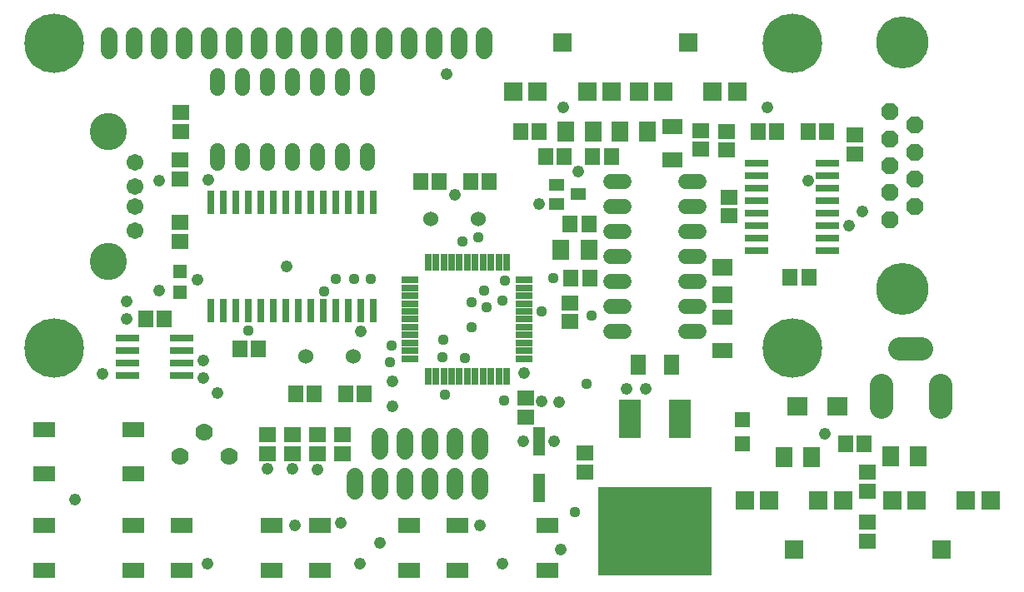
<source format=gts>
G75*
%MOIN*%
%OFA0B0*%
%FSLAX24Y24*%
%IPPOS*%
%LPD*%
%AMOC8*
5,1,8,0,0,1.08239X$1,22.5*
%
%ADD10R,0.0277X0.0671*%
%ADD11R,0.0671X0.0277*%
%ADD12R,0.0900X0.1580*%
%ADD13R,0.4580X0.3580*%
%ADD14R,0.0595X0.0595*%
%ADD15R,0.0907X0.0631*%
%ADD16R,0.0474X0.1182*%
%ADD17R,0.0671X0.0592*%
%ADD18C,0.0940*%
%ADD19R,0.0710X0.0592*%
%ADD20R,0.0946X0.0316*%
%ADD21C,0.0600*%
%ADD22C,0.0680*%
%ADD23R,0.0730X0.0730*%
%ADD24OC8,0.0680*%
%ADD25C,0.2080*%
%ADD26R,0.0789X0.0631*%
%ADD27R,0.0631X0.0474*%
%ADD28R,0.0592X0.0710*%
%ADD29R,0.0631X0.0789*%
%ADD30R,0.0710X0.0789*%
%ADD31R,0.0789X0.0710*%
%ADD32R,0.0789X0.0749*%
%ADD33R,0.0592X0.0671*%
%ADD34R,0.0316X0.0946*%
%ADD35C,0.0674*%
%ADD36C,0.1486*%
%ADD37R,0.0552X0.0552*%
%ADD38C,0.0600*%
%ADD39C,0.0700*%
%ADD40C,0.2380*%
%ADD41C,0.0476*%
%ADD42C,0.0437*%
D10*
X017368Y008849D03*
X017683Y008849D03*
X017998Y008849D03*
X018313Y008849D03*
X018628Y008849D03*
X018943Y008849D03*
X019257Y008849D03*
X019572Y008849D03*
X019887Y008849D03*
X020202Y008849D03*
X020517Y008849D03*
X020517Y013416D03*
X020202Y013416D03*
X019887Y013416D03*
X019572Y013416D03*
X019257Y013416D03*
X018943Y013416D03*
X018628Y013416D03*
X018313Y013416D03*
X017998Y013416D03*
X017683Y013416D03*
X017368Y013416D03*
D11*
X016659Y012708D03*
X016659Y012393D03*
X016659Y012078D03*
X016659Y011763D03*
X016659Y011448D03*
X016659Y011133D03*
X016659Y010818D03*
X016659Y010503D03*
X016659Y010188D03*
X016659Y009873D03*
X016659Y009558D03*
X021226Y009558D03*
X021226Y009873D03*
X021226Y010188D03*
X021226Y010503D03*
X021226Y010818D03*
X021226Y011133D03*
X021226Y011448D03*
X021226Y011763D03*
X021226Y012078D03*
X021226Y012393D03*
X021226Y012708D03*
D12*
X025443Y007133D03*
X027443Y007133D03*
D13*
X026443Y002633D03*
D14*
X029943Y006141D03*
X029943Y007125D03*
D15*
X002006Y001094D03*
X002006Y002865D03*
X005588Y002865D03*
X007517Y002865D03*
X007517Y001094D03*
X005588Y001094D03*
X011100Y001094D03*
X013033Y001094D03*
X013033Y002865D03*
X011100Y002865D03*
X016616Y002865D03*
X018557Y002865D03*
X018557Y001094D03*
X016616Y001094D03*
X022139Y001094D03*
X022139Y002865D03*
X005592Y004956D03*
X005592Y006727D03*
X002009Y006727D03*
X002009Y004956D03*
D16*
X021797Y004389D03*
X021797Y006239D03*
D17*
X023647Y005771D03*
X023647Y005023D03*
X023041Y011042D03*
X023041Y011790D03*
X029423Y015279D03*
X029423Y016027D03*
X028265Y017936D03*
X028265Y018684D03*
X034443Y018507D03*
X034443Y017759D03*
X007478Y018660D03*
X007478Y019408D03*
X007443Y017507D03*
X007443Y016759D03*
D18*
X035506Y008476D02*
X035506Y007616D01*
X037868Y007616D02*
X037868Y008476D01*
X037117Y009936D02*
X036257Y009936D01*
D19*
X034943Y005007D03*
X034943Y004259D03*
X034943Y003007D03*
X034943Y002259D03*
X021265Y007216D03*
X021265Y007964D03*
X013943Y006507D03*
X013943Y005759D03*
X012950Y005759D03*
X011943Y005759D03*
X010943Y005759D03*
X010943Y006507D03*
X011943Y006507D03*
X012950Y006507D03*
X007443Y014259D03*
X007443Y015007D03*
X029324Y017897D03*
X029324Y018645D03*
D20*
X030525Y017383D03*
X030525Y016883D03*
X030525Y016383D03*
X030525Y015883D03*
X030525Y015383D03*
X030525Y014883D03*
X030525Y014383D03*
X030525Y013883D03*
X033360Y013883D03*
X033360Y014383D03*
X033360Y014883D03*
X033360Y015383D03*
X033360Y015883D03*
X033360Y016383D03*
X033360Y016883D03*
X033360Y017383D03*
X007525Y010383D03*
X007525Y009883D03*
X007525Y009383D03*
X007525Y008883D03*
X005360Y008883D03*
X005360Y009383D03*
X005360Y009883D03*
X005360Y010383D03*
D21*
X008943Y017373D02*
X008943Y017893D01*
X009943Y017893D02*
X009943Y017373D01*
X010943Y017373D02*
X010943Y017893D01*
X011943Y017893D02*
X011943Y017373D01*
X012943Y017373D02*
X012943Y017893D01*
X013943Y017893D02*
X013943Y017373D01*
X014943Y017373D02*
X014943Y017893D01*
X014943Y020373D02*
X014943Y020893D01*
X013943Y020893D02*
X013943Y020373D01*
X012943Y020373D02*
X012943Y020893D01*
X011943Y020893D02*
X011943Y020373D01*
X010943Y020373D02*
X010943Y020893D01*
X009943Y020893D02*
X009943Y020373D01*
X008943Y020373D02*
X008943Y020893D01*
X024683Y016633D02*
X025203Y016633D01*
X025203Y015633D02*
X024683Y015633D01*
X024683Y014633D02*
X025203Y014633D01*
X025203Y013633D02*
X024683Y013633D01*
X024683Y012633D02*
X025203Y012633D01*
X025203Y011633D02*
X024683Y011633D01*
X024683Y010633D02*
X025203Y010633D01*
X027683Y010633D02*
X028203Y010633D01*
X028203Y011633D02*
X027683Y011633D01*
X027683Y012633D02*
X028203Y012633D01*
X028203Y013633D02*
X027683Y013633D01*
X027683Y014633D02*
X028203Y014633D01*
X028203Y015633D02*
X027683Y015633D01*
X027683Y016633D02*
X028203Y016633D01*
D22*
X019596Y021880D02*
X019596Y022480D01*
X018596Y022480D02*
X018596Y021880D01*
X017596Y021880D02*
X017596Y022480D01*
X016596Y022480D02*
X016596Y021880D01*
X015596Y021880D02*
X015596Y022480D01*
X014596Y022480D02*
X014596Y021880D01*
X013596Y021880D02*
X013596Y022480D01*
X012596Y022480D02*
X012596Y021880D01*
X011596Y021880D02*
X011596Y022480D01*
X010596Y022480D02*
X010596Y021880D01*
X009596Y021880D02*
X009596Y022480D01*
X008596Y022480D02*
X008596Y021880D01*
X007596Y021880D02*
X007596Y022480D01*
X006596Y022480D02*
X006596Y021880D01*
X005596Y021880D02*
X005596Y022480D01*
X004596Y022480D02*
X004596Y021880D01*
X015443Y006433D02*
X015443Y005833D01*
X016443Y005833D02*
X016443Y006433D01*
X017443Y006433D02*
X017443Y005833D01*
X018443Y005833D02*
X018443Y006433D01*
X019443Y006433D02*
X019443Y005833D01*
X019462Y004834D02*
X019462Y004234D01*
X018462Y004234D02*
X018462Y004834D01*
X017462Y004834D02*
X017462Y004234D01*
X016462Y004234D02*
X016462Y004834D01*
X015462Y004834D02*
X015462Y004234D01*
X014462Y004234D02*
X014462Y004834D01*
D23*
X030033Y003865D03*
X031017Y003865D03*
X032986Y003865D03*
X033970Y003865D03*
X035935Y003865D03*
X036919Y003865D03*
X038887Y003865D03*
X039872Y003865D03*
X037903Y001897D03*
X032002Y001897D03*
X029742Y020239D03*
X028757Y020239D03*
X026789Y020239D03*
X025805Y020239D03*
X024714Y020251D03*
X023730Y020251D03*
X021761Y020251D03*
X020777Y020251D03*
X022746Y022219D03*
X027773Y022208D03*
D24*
X035860Y019442D03*
X036860Y018902D03*
X035860Y018362D03*
X036860Y017822D03*
X035860Y017282D03*
X036860Y016742D03*
X035860Y016202D03*
X036860Y015662D03*
X035860Y015122D03*
D25*
X036360Y012352D03*
X036360Y022212D03*
D26*
X027147Y018842D03*
X027147Y017503D03*
X029159Y011216D03*
X029159Y009877D03*
D27*
X022509Y015759D03*
X023376Y016133D03*
X022509Y016507D03*
D28*
X022817Y017633D03*
X022069Y017633D03*
X021817Y018633D03*
X021069Y018633D03*
X023950Y017633D03*
X024698Y017633D03*
X023797Y014948D03*
X023049Y014948D03*
X023088Y012794D03*
X023836Y012794D03*
X034069Y006133D03*
X034817Y006133D03*
D29*
X027112Y009310D03*
X025773Y009310D03*
D30*
X031604Y005605D03*
X032706Y005605D03*
X035891Y005633D03*
X036994Y005633D03*
X023797Y013901D03*
X022694Y013901D03*
X022891Y018633D03*
X023994Y018633D03*
X025049Y018633D03*
X026151Y018633D03*
D31*
X029159Y013223D03*
X029159Y012121D03*
D32*
X032135Y007633D03*
X033750Y007633D03*
D33*
X032596Y012826D03*
X031848Y012826D03*
X031317Y018633D03*
X030569Y018633D03*
X032569Y018633D03*
X033317Y018633D03*
X019817Y016633D03*
X019069Y016633D03*
X017817Y016633D03*
X017069Y016633D03*
X006817Y011133D03*
X006069Y011133D03*
X009836Y009940D03*
X010584Y009940D03*
X012069Y008133D03*
X012817Y008133D03*
X014069Y008133D03*
X014817Y008133D03*
D34*
X014693Y011468D03*
X015193Y011468D03*
X014193Y011468D03*
X013693Y011468D03*
X013193Y011468D03*
X012693Y011468D03*
X012193Y011468D03*
X011693Y011468D03*
X011193Y011468D03*
X010693Y011468D03*
X010193Y011468D03*
X009693Y011468D03*
X009193Y011468D03*
X008693Y011468D03*
X008693Y015798D03*
X009193Y015798D03*
X009693Y015798D03*
X010193Y015798D03*
X010693Y015798D03*
X011193Y015798D03*
X011693Y015798D03*
X012193Y015798D03*
X012693Y015798D03*
X013193Y015798D03*
X013693Y015798D03*
X014193Y015798D03*
X014693Y015798D03*
X015193Y015798D03*
D35*
X005635Y015653D03*
X005635Y016440D03*
X005635Y017424D03*
X005635Y014668D03*
D36*
X004569Y013460D03*
X004569Y018633D03*
D37*
X007443Y013046D03*
X007443Y012219D03*
D38*
X012493Y009633D03*
X014393Y009633D03*
X017493Y015133D03*
X019393Y015133D03*
D39*
X008427Y006617D03*
X009411Y005633D03*
X007443Y005633D03*
D40*
X002411Y009975D03*
X002411Y022180D03*
X031939Y022180D03*
X031939Y009975D03*
D41*
X033257Y006550D03*
X026092Y008361D03*
X025305Y008361D03*
X022608Y007830D03*
X021919Y007849D03*
X021210Y008991D03*
X021171Y006235D03*
X022411Y006235D03*
X019458Y002889D03*
X020344Y001334D03*
X022675Y001901D03*
X015462Y002180D03*
X014635Y001334D03*
X012057Y002869D03*
X013891Y002975D03*
X012946Y005121D03*
X011935Y005133D03*
X010939Y005133D03*
X015943Y007633D03*
X015943Y008633D03*
X014675Y010645D03*
X011702Y013243D03*
X008139Y012712D03*
X006624Y012286D03*
X005305Y011842D03*
X005324Y011137D03*
X008376Y009464D03*
X008395Y008775D03*
X008946Y008164D03*
X004360Y008932D03*
X003242Y003912D03*
X008553Y001334D03*
X034202Y014877D03*
X034734Y015448D03*
X032588Y016668D03*
X030935Y019621D03*
X023395Y017042D03*
X021820Y015763D03*
X018435Y016117D03*
X022765Y019601D03*
X018100Y020960D03*
X008584Y016727D03*
X006624Y016688D03*
D42*
X013691Y012751D03*
X013218Y012259D03*
X014419Y012751D03*
X015088Y012731D03*
X018750Y014247D03*
X019380Y014405D03*
X020462Y012692D03*
X019608Y012279D03*
X020344Y011865D03*
X019722Y011609D03*
X019104Y011806D03*
X019124Y010802D03*
X017982Y010310D03*
X017931Y009629D03*
X018848Y009582D03*
X018033Y008109D03*
X020403Y007889D03*
X023710Y008538D03*
X023907Y011275D03*
X021899Y011452D03*
X022391Y012771D03*
X015915Y010074D03*
X015856Y009405D03*
X010187Y010684D03*
X023246Y003420D03*
M02*

</source>
